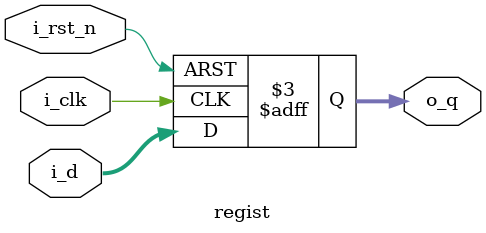
<source format=v>
`timescale 1ns/1ns
module regist #(parameter N = 64) (
    input i_clk,
    input i_rst_n,
    input [N-1:0] i_d,
    output reg [N-1:0] o_q
);

always @(posedge i_clk or negedge i_rst_n) begin: blk_reg
    if (!i_rst_n)
        o_q <= {N{1'b0}};
    else
        o_q <= i_d;
end

endmodule
</source>
